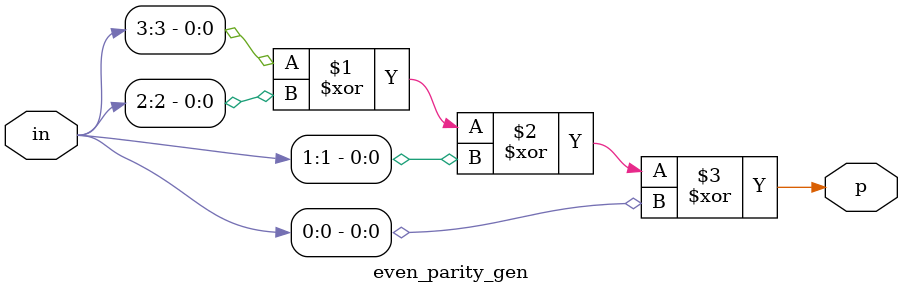
<source format=v>
module even_parity_gen(in,p );
input [3:0]in;
output p;
assign p=in[3]^in[2]^in[1]^in[0];
endmodule

</source>
